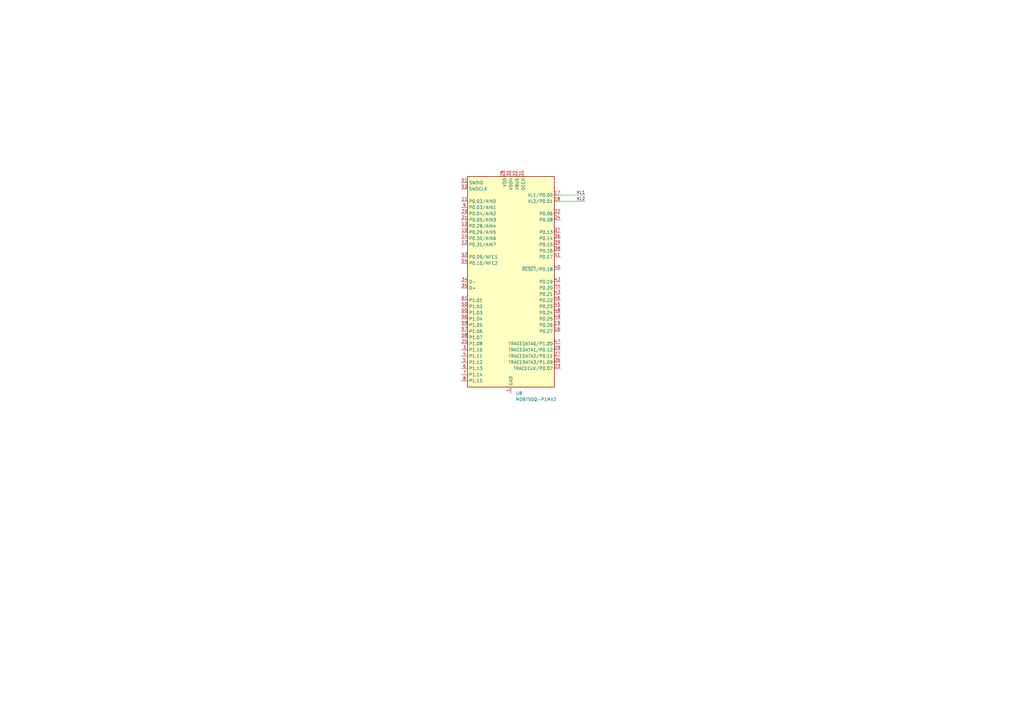
<source format=kicad_sch>
(kicad_sch (version 20230121) (generator eeschema)
  (paper "A3")
  (lib_symbols
    (symbol "RF_Module:MDBT50Q-P1MV2"
      (property "Reference" "U" (at 0 0 0))
      (property "Value" "MDBT50Q-P1MV2" (at 0 -2.54 0))
      (symbol "MDBT50Q-P1MV2_0_1"
        (rectangle (start -17.78 43.18) (end 17.78 -43.18) (stroke (width 0.254)) (fill (type background)))
      )
      (symbol "MDBT50Q-P1MV2_1_1"
        (pin power_in line (at 0 -45.72 90) (length 2.54) (name "GND") (number "1"))
        (pin bidirectional line (at -20.32 20.32 0) (length 2.54) (name "P0.29/AIN5") (number "10"))
        (pin bidirectional line (at -20.32 33.02 0) (length 2.54) (name "P0.02/AIN0") (number "11"))
        (pin bidirectional line (at -20.32 15.24 0) (length 2.54) (name "P0.31/AIN7") (number "12"))
        (pin bidirectional line (at -20.32 22.86 0) (length 2.54) (name "P0.28/AIN4") (number "13"))
        (pin bidirectional line (at -20.32 17.78 0) (length 2.54) (name "P0.30/AIN6") (number "14"))
        (pin passive line (at 0 -45.72 90) (length 2.54) hide (name "GND") (number "15"))
        (pin bidirectional line (at 20.32 -20.32 180) (length 2.54) (name "P0.27") (number "16"))
        (pin bidirectional line (at 20.32 35.56 180) (length 2.54) (name "XL1/P0.00") (number "17"))
        (pin bidirectional line (at 20.32 33.02 180) (length 2.54) (name "XL2/P0.01") (number "18"))
        (pin bidirectional line (at 20.32 -17.78 180) (length 2.54) (name "P0.26") (number "19"))
        (pin passive line (at 0 -45.72 90) (length 2.54) hide (name "GND") (number "2"))
        (pin bidirectional line (at -20.32 27.94 0) (length 2.54) (name "P0.04/AIN2") (number "20"))
        (pin bidirectional line (at -20.32 25.4 0) (length 2.54) (name "P0.05/AIN3") (number "21"))
        (pin bidirectional line (at 20.32 27.94 180) (length 2.54) (name "P0.06") (number "22"))
        (pin bidirectional line (at 20.32 -35.56 180) (length 2.54) (name "TRACECLK/P0.07") (number "23"))
        (pin bidirectional line (at 20.32 25.4 180) (length 2.54) (name "P0.08") (number "24"))
        (pin bidirectional line (at -20.32 -25.4 0) (length 2.54) (name "P1.08") (number "25"))
        (pin bidirectional line (at 20.32 -33.02 180) (length 2.54) (name "TRACEDATA3/P1.09") (number "26"))
        (pin bidirectional line (at 20.32 -30.48 180) (length 2.54) (name "TRACEDATA2/P0.11") (number "27"))
        (pin power_in line (at -2.54 45.72 270) (length 2.54) (name "VDD") (number "28"))
        (pin bidirectional line (at 20.32 -27.94 180) (length 2.54) (name "TRACEDATA1/P0.12") (number "29"))
        (pin bidirectional line (at -20.32 -27.94 0) (length 2.54) (name "P1.10") (number "3"))
        (pin power_in line (at 0 45.72 270) (length 2.54) (name "VDDH") (number "30"))
        (pin power_out line (at 5.08 45.72 270) (length 2.54) (name "DCCH") (number "31"))
        (pin power_in line (at 2.54 45.72 270) (length 2.54) (name "VBUS") (number "32"))
        (pin passive line (at 0 -45.72 90) (length 2.54) hide (name "GND") (number "33"))
        (pin bidirectional line (at -20.32 0 0) (length 2.54) (name "D-") (number "34"))
        (pin bidirectional line (at -20.32 -2.54 0) (length 2.54) (name "D+") (number "35"))
        (pin bidirectional line (at 20.32 17.78 180) (length 2.54) (name "P0.14") (number "36"))
        (pin bidirectional line (at 20.32 20.32 180) (length 2.54) (name "P0.13") (number "37"))
        (pin bidirectional line (at 20.32 12.7 180) (length 2.54) (name "P0.16") (number "38"))
        (pin bidirectional line (at 20.32 15.24 180) (length 2.54) (name "P0.15") (number "39"))
        (pin bidirectional line (at -20.32 -30.48 0) (length 2.54) (name "P1.11") (number "4"))
        (pin bidirectional line (at 20.32 5.08 180) (length 2.54) (name "~{RESET}/P0.18") (number "40"))
        (pin bidirectional line (at 20.32 10.16 180) (length 2.54) (name "P0.17") (number "41"))
        (pin bidirectional line (at 20.32 0 180) (length 2.54) (name "P0.19") (number "42"))
        (pin bidirectional line (at 20.32 -5.08 180) (length 2.54) (name "P0.21") (number "43"))
        (pin bidirectional line (at 20.32 -2.54 180) (length 2.54) (name "P0.20") (number "44"))
        (pin bidirectional line (at 20.32 -10.16 180) (length 2.54) (name "P0.23") (number "45"))
        (pin bidirectional line (at 20.32 -7.62 180) (length 2.54) (name "P0.22") (number "46"))
        (pin bidirectional line (at 20.32 -25.4 180) (length 2.54) (name "TRACEDATA0/P1.00") (number "47"))
        (pin bidirectional line (at 20.32 -12.7 180) (length 2.54) (name "P0.24") (number "48"))
        (pin bidirectional line (at 20.32 -15.24 180) (length 2.54) (name "P0.25") (number "49"))
        (pin bidirectional line (at -20.32 -33.02 0) (length 2.54) (name "P1.12") (number "5"))
        (pin bidirectional line (at -20.32 -10.16 0) (length 2.54) (name "P1.02") (number "50"))
        (pin bidirectional line (at -20.32 40.64 0) (length 2.54) (name "SWDIO") (number "51"))
        (pin bidirectional line (at -20.32 10.16 0) (length 2.54) (name "P0.09/NFC1") (number "52"))
        (pin input line (at -20.32 38.1 0) (length 2.54) (name "SWDCLK") (number "53"))
        (pin bidirectional line (at -20.32 7.62 0) (length 2.54) (name "P0.10/NFC2") (number "54"))
        (pin passive line (at 0 -45.72 90) (length 2.54) hide (name "GND") (number "55"))
        (pin bidirectional line (at -20.32 -15.24 0) (length 2.54) (name "P1.04") (number "56"))
        (pin bidirectional line (at -20.32 -20.32 0) (length 2.54) (name "P1.06") (number "57"))
        (pin bidirectional line (at -20.32 -22.86 0) (length 2.54) (name "P1.07") (number "58"))
        (pin bidirectional line (at -20.32 -17.78 0) (length 2.54) (name "P1.05") (number "59"))
        (pin bidirectional line (at -20.32 -35.56 0) (length 2.54) (name "P1.13") (number "6"))
        (pin bidirectional line (at -20.32 -12.7 0) (length 2.54) (name "P1.03") (number "60"))
        (pin bidirectional line (at -20.32 -7.62 0) (length 2.54) (name "P1.01") (number "61"))
        (pin bidirectional line (at -20.32 -38.1 0) (length 2.54) (name "P1.14") (number "7"))
        (pin bidirectional line (at -20.32 -40.64 0) (length 2.54) (name "P1.15") (number "8"))
        (pin bidirectional line (at -20.32 30.48 0) (length 2.54) (name "P0.03/AIN1") (number "9"))
      )
    )
  )
  (wire (pts (xy 229.87 82.55) (xy 240.03 82.55)))
  (wire (pts (xy 229.87 80.01) (xy 240.03 80.01)))
  (label "XL1" (at 240.03 80.01 180))
  (label "XL2" (at 240.03 82.55 180))
  (symbol (lib_id "RF_Module:MDBT50Q-P1MV2") (at 209.55 115.57 0) (unit 1)
    (property "Reference" "U8" (at 211.5059 161.29 0) (effects (justify left)))
    (property "Value" "MDBT50Q-P1MV2" (at 211.5059 163.83 0) (effects (justify left)))
    (property "Footprint" "RF_Module:Raytac_MDBT50Q" (effects hide))
    (property "Datasheet" "https://www.raytac.com/download/index.php?index_id=43" (effects hide))
  )
)
</source>
